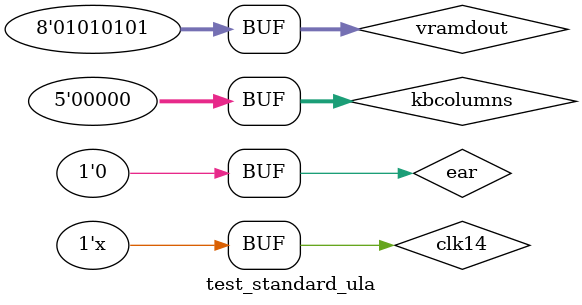
<source format=v>
`timescale 1ns / 1ps


module test_standard_ula;

	// Inputs
	reg clk14;
	wire [15:0] a;
	wire [7:0] din;
	wire mreq_n;
	wire iorq_n;
	wire wr_n;
	wire rfsh_n;
	reg [7:0] vramdout;
	reg ear;
	reg [4:0] kbcolumns;

	// Outputs
	wire [7:0] dout;
	wire clkcpu;
	wire msk_int_n;
	wire [13:0] va;
	wire [7:0] vramdin;
	wire vramoe;
	wire vramcs;
	wire vramwe;
	wire mic;
	wire spk;
	wire [7:0] kbrows;
	wire r;
	wire g;
	wire b;
	wire i;
	wire csync;

	// Instantiate the Unit Under Test (UUT)
	ula uut (
		.clk14(clk14), 
		.a(a), 
		.din(din), 
		.dout(dout), 
		.mreq_n(mreq_n), 
		.iorq_n(iorq_n), 
		.rd_n(1'b1), 
		.wr_n(wr_n), 
		.rfsh_n(rfsh_n),
		.clkcpu(clkcpu), 
		.msk_int_n(msk_int_n), 
		.va(va), 
		.vramdout(vramdout), 
		.vramdin(vramdin), 
		.vramoe(vramoe), 
		.vramcs(vramcs), 
		.vramwe(vramwe), 
		.ear(ear), 
		.mic(mic), 
		.spk(spk), 
		.kbrows(kbrows), 
		.kbcolumns(kbcolumns), 
		.r(r), 
		.g(g), 
		.b(b), 
		.i(i), 
		.csync(csync)
	);

	z80memio cpu (
		.clk(clkcpu),
	   .a(a),
		.d(din),
		.mreq_n(mreq_n),
		.iorq_n(iorq_n),
		.wr_n(wr_n),
		.rfsh_n(rfsh_n)
	);

	initial begin
		// Initialize Inputs
		clk14 = 0;
		vramdout = 8'b01010101;
		ear = 0;
		kbcolumns = 0;
	end
	
	always begin
		clk14 = #35.714286 ~clk14;
	end      
endmodule

</source>
